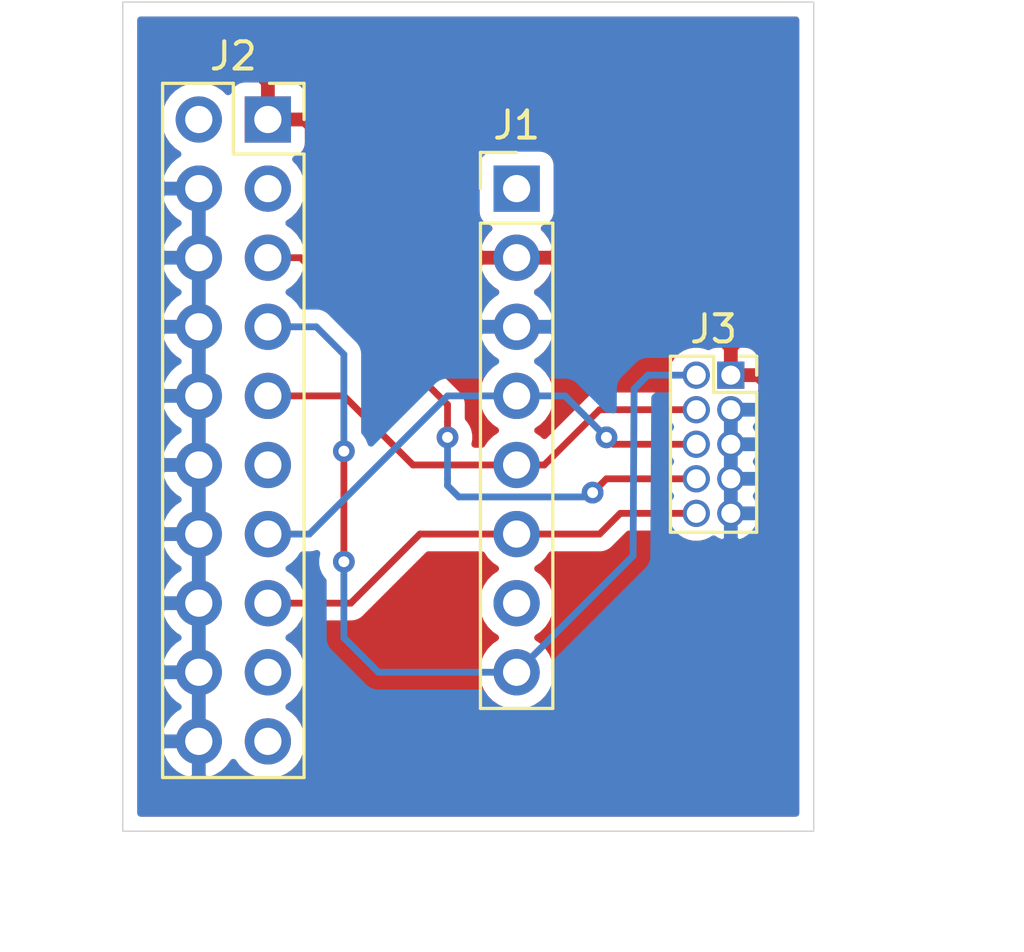
<source format=kicad_pcb>
(kicad_pcb (version 20171130) (host pcbnew "(5.1.5-0-10_14)")

  (general
    (thickness 1.6)
    (drawings 6)
    (tracks 46)
    (zones 0)
    (modules 3)
    (nets 15)
  )

  (page A4)
  (layers
    (0 F.Cu signal)
    (31 B.Cu signal)
    (32 B.Adhes user)
    (33 F.Adhes user)
    (34 B.Paste user)
    (35 F.Paste user)
    (36 B.SilkS user)
    (37 F.SilkS user)
    (38 B.Mask user)
    (39 F.Mask user)
    (40 Dwgs.User user)
    (41 Cmts.User user)
    (42 Eco1.User user)
    (43 Eco2.User user)
    (44 Edge.Cuts user)
    (45 Margin user)
    (46 B.CrtYd user)
    (47 F.CrtYd user)
    (48 B.Fab user)
    (49 F.Fab user)
  )

  (setup
    (last_trace_width 0.25)
    (trace_clearance 0.2)
    (zone_clearance 0.508)
    (zone_45_only no)
    (trace_min 0.2)
    (via_size 0.8)
    (via_drill 0.4)
    (via_min_size 0.4)
    (via_min_drill 0.3)
    (uvia_size 0.3)
    (uvia_drill 0.1)
    (uvias_allowed no)
    (uvia_min_size 0.2)
    (uvia_min_drill 0.1)
    (edge_width 0.05)
    (segment_width 0.2)
    (pcb_text_width 0.3)
    (pcb_text_size 1.5 1.5)
    (mod_edge_width 0.12)
    (mod_text_size 1 1)
    (mod_text_width 0.15)
    (pad_size 1.524 1.524)
    (pad_drill 0.762)
    (pad_to_mask_clearance 0.051)
    (solder_mask_min_width 0.25)
    (aux_axis_origin 0 0)
    (visible_elements FFFFFF7F)
    (pcbplotparams
      (layerselection 0x010fc_ffffffff)
      (usegerberextensions false)
      (usegerberattributes false)
      (usegerberadvancedattributes false)
      (creategerberjobfile false)
      (excludeedgelayer true)
      (linewidth 0.100000)
      (plotframeref false)
      (viasonmask false)
      (mode 1)
      (useauxorigin false)
      (hpglpennumber 1)
      (hpglpenspeed 20)
      (hpglpendiameter 15.000000)
      (psnegative false)
      (psa4output false)
      (plotreference true)
      (plotvalue true)
      (plotinvisibletext false)
      (padsonsilk false)
      (subtractmaskfromsilk false)
      (outputformat 1)
      (mirror false)
      (drillshape 0)
      (scaleselection 1)
      (outputdirectory "Gerbers/"))
  )

  (net 0 "")
  (net 1 "Net-(J1-Pad8)")
  (net 2 "Net-(J1-Pad7)")
  (net 3 "Net-(J1-Pad6)")
  (net 4 "Net-(J1-Pad5)")
  (net 5 "Net-(J1-Pad4)")
  (net 6 GND)
  (net 7 VCC)
  (net 8 "Net-(J1-Pad1)")
  (net 9 "Net-(J2-Pad19)")
  (net 10 "Net-(J2-Pad17)")
  (net 11 "Net-(J2-Pad11)")
  (net 12 "Net-(J2-Pad5)")
  (net 13 "Net-(J2-Pad3)")
  (net 14 "Net-(J2-Pad2)")

  (net_class Default "This is the default net class."
    (clearance 0.2)
    (trace_width 0.25)
    (via_dia 0.8)
    (via_drill 0.4)
    (uvia_dia 0.3)
    (uvia_drill 0.1)
    (add_net GND)
    (add_net "Net-(J1-Pad1)")
    (add_net "Net-(J1-Pad4)")
    (add_net "Net-(J1-Pad5)")
    (add_net "Net-(J1-Pad6)")
    (add_net "Net-(J1-Pad7)")
    (add_net "Net-(J1-Pad8)")
    (add_net "Net-(J2-Pad11)")
    (add_net "Net-(J2-Pad17)")
    (add_net "Net-(J2-Pad19)")
    (add_net "Net-(J2-Pad2)")
    (add_net "Net-(J2-Pad3)")
    (add_net "Net-(J2-Pad5)")
    (add_net VCC)
  )

  (module Socket_Strips:Socket_Strip_Straight_1x08_Pitch2.54mm (layer F.Cu) (tedit 58CD5446) (tstamp 5EBE8CF5)
    (at 141.478 80.518)
    (descr "Through hole straight socket strip, 1x08, 2.54mm pitch, single row")
    (tags "Through hole socket strip THT 1x08 2.54mm single row")
    (path /5EBF2516)
    (fp_text reference J1 (at 0 -2.33) (layer F.SilkS)
      (effects (font (size 1 1) (thickness 0.15)))
    )
    (fp_text value Conn_01x08 (at 0 20.11) (layer F.Fab)
      (effects (font (size 1 1) (thickness 0.15)))
    )
    (fp_text user %R (at 0 -2.33) (layer F.Fab)
      (effects (font (size 1 1) (thickness 0.15)))
    )
    (fp_line (start 1.8 -1.8) (end -1.8 -1.8) (layer F.CrtYd) (width 0.05))
    (fp_line (start 1.8 19.55) (end 1.8 -1.8) (layer F.CrtYd) (width 0.05))
    (fp_line (start -1.8 19.55) (end 1.8 19.55) (layer F.CrtYd) (width 0.05))
    (fp_line (start -1.8 -1.8) (end -1.8 19.55) (layer F.CrtYd) (width 0.05))
    (fp_line (start -1.33 -1.33) (end 0 -1.33) (layer F.SilkS) (width 0.12))
    (fp_line (start -1.33 0) (end -1.33 -1.33) (layer F.SilkS) (width 0.12))
    (fp_line (start 1.33 1.27) (end -1.33 1.27) (layer F.SilkS) (width 0.12))
    (fp_line (start 1.33 19.11) (end 1.33 1.27) (layer F.SilkS) (width 0.12))
    (fp_line (start -1.33 19.11) (end 1.33 19.11) (layer F.SilkS) (width 0.12))
    (fp_line (start -1.33 1.27) (end -1.33 19.11) (layer F.SilkS) (width 0.12))
    (fp_line (start 1.27 -1.27) (end -1.27 -1.27) (layer F.Fab) (width 0.1))
    (fp_line (start 1.27 19.05) (end 1.27 -1.27) (layer F.Fab) (width 0.1))
    (fp_line (start -1.27 19.05) (end 1.27 19.05) (layer F.Fab) (width 0.1))
    (fp_line (start -1.27 -1.27) (end -1.27 19.05) (layer F.Fab) (width 0.1))
    (pad 8 thru_hole oval (at 0 17.78) (size 1.7 1.7) (drill 1) (layers *.Cu *.Mask)
      (net 1 "Net-(J1-Pad8)"))
    (pad 7 thru_hole oval (at 0 15.24) (size 1.7 1.7) (drill 1) (layers *.Cu *.Mask)
      (net 2 "Net-(J1-Pad7)"))
    (pad 6 thru_hole oval (at 0 12.7) (size 1.7 1.7) (drill 1) (layers *.Cu *.Mask)
      (net 3 "Net-(J1-Pad6)"))
    (pad 5 thru_hole oval (at 0 10.16) (size 1.7 1.7) (drill 1) (layers *.Cu *.Mask)
      (net 4 "Net-(J1-Pad5)"))
    (pad 4 thru_hole oval (at 0 7.62) (size 1.7 1.7) (drill 1) (layers *.Cu *.Mask)
      (net 5 "Net-(J1-Pad4)"))
    (pad 3 thru_hole oval (at 0 5.08) (size 1.7 1.7) (drill 1) (layers *.Cu *.Mask)
      (net 6 GND))
    (pad 2 thru_hole oval (at 0 2.54) (size 1.7 1.7) (drill 1) (layers *.Cu *.Mask)
      (net 7 VCC))
    (pad 1 thru_hole rect (at 0 0) (size 1.7 1.7) (drill 1) (layers *.Cu *.Mask)
      (net 8 "Net-(J1-Pad1)"))
    (model ${KISYS3DMOD}/Socket_Strips.3dshapes/Socket_Strip_Straight_1x08_Pitch2.54mm.wrl
      (offset (xyz 0 -8.889999866485596 0))
      (scale (xyz 1 1 1))
      (rotate (xyz 0 0 270))
    )
  )

  (module Socket_Strips:Socket_Strip_Straight_2x10_Pitch2.54mm (layer F.Cu) (tedit 58CD5449) (tstamp 5EBE8D1E)
    (at 132.334 77.978)
    (descr "Through hole straight socket strip, 2x10, 2.54mm pitch, double rows")
    (tags "Through hole socket strip THT 2x10 2.54mm double row")
    (path /5EBEC0E9)
    (fp_text reference J2 (at -1.27 -2.33) (layer F.SilkS)
      (effects (font (size 1 1) (thickness 0.15)))
    )
    (fp_text value Conn_02x10_Odd_Even (at -1.27 25.19) (layer F.Fab)
      (effects (font (size 1 1) (thickness 0.15)))
    )
    (fp_text user %R (at -1.27 -2.33) (layer F.Fab)
      (effects (font (size 1 1) (thickness 0.15)))
    )
    (fp_line (start 1.8 -1.8) (end -4.35 -1.8) (layer F.CrtYd) (width 0.05))
    (fp_line (start 1.8 24.65) (end 1.8 -1.8) (layer F.CrtYd) (width 0.05))
    (fp_line (start -4.35 24.65) (end 1.8 24.65) (layer F.CrtYd) (width 0.05))
    (fp_line (start -4.35 -1.8) (end -4.35 24.65) (layer F.CrtYd) (width 0.05))
    (fp_line (start 1.33 -1.33) (end 0.06 -1.33) (layer F.SilkS) (width 0.12))
    (fp_line (start 1.33 0) (end 1.33 -1.33) (layer F.SilkS) (width 0.12))
    (fp_line (start -1.27 1.27) (end 1.33 1.27) (layer F.SilkS) (width 0.12))
    (fp_line (start -1.27 -1.33) (end -1.27 1.27) (layer F.SilkS) (width 0.12))
    (fp_line (start -3.87 -1.33) (end -1.27 -1.33) (layer F.SilkS) (width 0.12))
    (fp_line (start -3.87 24.19) (end -3.87 -1.33) (layer F.SilkS) (width 0.12))
    (fp_line (start 1.33 24.19) (end -3.87 24.19) (layer F.SilkS) (width 0.12))
    (fp_line (start 1.33 1.27) (end 1.33 24.19) (layer F.SilkS) (width 0.12))
    (fp_line (start 1.27 -1.27) (end -3.81 -1.27) (layer F.Fab) (width 0.1))
    (fp_line (start 1.27 24.13) (end 1.27 -1.27) (layer F.Fab) (width 0.1))
    (fp_line (start -3.81 24.13) (end 1.27 24.13) (layer F.Fab) (width 0.1))
    (fp_line (start -3.81 -1.27) (end -3.81 24.13) (layer F.Fab) (width 0.1))
    (pad 20 thru_hole oval (at -2.54 22.86) (size 1.7 1.7) (drill 1) (layers *.Cu *.Mask)
      (net 6 GND))
    (pad 19 thru_hole oval (at 0 22.86) (size 1.7 1.7) (drill 1) (layers *.Cu *.Mask)
      (net 9 "Net-(J2-Pad19)"))
    (pad 18 thru_hole oval (at -2.54 20.32) (size 1.7 1.7) (drill 1) (layers *.Cu *.Mask)
      (net 6 GND))
    (pad 17 thru_hole oval (at 0 20.32) (size 1.7 1.7) (drill 1) (layers *.Cu *.Mask)
      (net 10 "Net-(J2-Pad17)"))
    (pad 16 thru_hole oval (at -2.54 17.78) (size 1.7 1.7) (drill 1) (layers *.Cu *.Mask)
      (net 6 GND))
    (pad 15 thru_hole oval (at 0 17.78) (size 1.7 1.7) (drill 1) (layers *.Cu *.Mask)
      (net 3 "Net-(J1-Pad6)"))
    (pad 14 thru_hole oval (at -2.54 15.24) (size 1.7 1.7) (drill 1) (layers *.Cu *.Mask)
      (net 6 GND))
    (pad 13 thru_hole oval (at 0 15.24) (size 1.7 1.7) (drill 1) (layers *.Cu *.Mask)
      (net 5 "Net-(J1-Pad4)"))
    (pad 12 thru_hole oval (at -2.54 12.7) (size 1.7 1.7) (drill 1) (layers *.Cu *.Mask)
      (net 6 GND))
    (pad 11 thru_hole oval (at 0 12.7) (size 1.7 1.7) (drill 1) (layers *.Cu *.Mask)
      (net 11 "Net-(J2-Pad11)"))
    (pad 10 thru_hole oval (at -2.54 10.16) (size 1.7 1.7) (drill 1) (layers *.Cu *.Mask)
      (net 6 GND))
    (pad 9 thru_hole oval (at 0 10.16) (size 1.7 1.7) (drill 1) (layers *.Cu *.Mask)
      (net 4 "Net-(J1-Pad5)"))
    (pad 8 thru_hole oval (at -2.54 7.62) (size 1.7 1.7) (drill 1) (layers *.Cu *.Mask)
      (net 6 GND))
    (pad 7 thru_hole oval (at 0 7.62) (size 1.7 1.7) (drill 1) (layers *.Cu *.Mask)
      (net 1 "Net-(J1-Pad8)"))
    (pad 6 thru_hole oval (at -2.54 5.08) (size 1.7 1.7) (drill 1) (layers *.Cu *.Mask)
      (net 6 GND))
    (pad 5 thru_hole oval (at 0 5.08) (size 1.7 1.7) (drill 1) (layers *.Cu *.Mask)
      (net 12 "Net-(J2-Pad5)"))
    (pad 4 thru_hole oval (at -2.54 2.54) (size 1.7 1.7) (drill 1) (layers *.Cu *.Mask)
      (net 6 GND))
    (pad 3 thru_hole oval (at 0 2.54) (size 1.7 1.7) (drill 1) (layers *.Cu *.Mask)
      (net 13 "Net-(J2-Pad3)"))
    (pad 2 thru_hole oval (at -2.54 0) (size 1.7 1.7) (drill 1) (layers *.Cu *.Mask)
      (net 14 "Net-(J2-Pad2)"))
    (pad 1 thru_hole rect (at 0 0) (size 1.7 1.7) (drill 1) (layers *.Cu *.Mask)
      (net 7 VCC))
    (model ${KISYS3DMOD}/Socket_Strips.3dshapes/Socket_Strip_Straight_2x10_Pitch2.54mm.wrl
      (offset (xyz -1.269999980926514 -11.42999982833862 0))
      (scale (xyz 1 1 1))
      (rotate (xyz 0 0 270))
    )
  )

  (module Socket_Strips:Socket_Strip_Straight_2x05_Pitch1.27mm (layer F.Cu) (tedit 58CD5454) (tstamp 5EBE9877)
    (at 149.352 87.376)
    (descr "Through hole straight socket strip, 2x05, 1.27mm pitch, double rows")
    (tags "Through hole socket strip THT 2x05 1.27mm double row")
    (path /5EBE8841)
    (fp_text reference J3 (at -0.635 -1.695) (layer F.SilkS)
      (effects (font (size 1 1) (thickness 0.15)))
    )
    (fp_text value Conn_02x05_Odd_Even (at -0.635 6.775) (layer F.Fab)
      (effects (font (size 1 1) (thickness 0.15)))
    )
    (fp_text user %R (at -0.635 -1.695) (layer F.Fab)
      (effects (font (size 1 1) (thickness 0.15)))
    )
    (fp_line (start 1.4 -1.15) (end -2.7 -1.15) (layer F.CrtYd) (width 0.05))
    (fp_line (start 1.4 6.25) (end 1.4 -1.15) (layer F.CrtYd) (width 0.05))
    (fp_line (start -2.7 6.25) (end 1.4 6.25) (layer F.CrtYd) (width 0.05))
    (fp_line (start -2.7 -1.15) (end -2.7 6.25) (layer F.CrtYd) (width 0.05))
    (fp_line (start 0.95 -0.695) (end 0.315 -0.695) (layer F.SilkS) (width 0.12))
    (fp_line (start 0.95 0) (end 0.95 -0.695) (layer F.SilkS) (width 0.12))
    (fp_line (start -0.635 0.635) (end 0.95 0.635) (layer F.SilkS) (width 0.12))
    (fp_line (start -0.635 -0.695) (end -0.635 0.635) (layer F.SilkS) (width 0.12))
    (fp_line (start -2.22 -0.695) (end -0.635 -0.695) (layer F.SilkS) (width 0.12))
    (fp_line (start -2.22 5.775) (end -2.22 -0.695) (layer F.SilkS) (width 0.12))
    (fp_line (start 0.95 5.775) (end -2.22 5.775) (layer F.SilkS) (width 0.12))
    (fp_line (start 0.95 0.635) (end 0.95 5.775) (layer F.SilkS) (width 0.12))
    (fp_line (start 0.89 -0.635) (end -2.16 -0.635) (layer F.Fab) (width 0.1))
    (fp_line (start 0.89 5.715) (end 0.89 -0.635) (layer F.Fab) (width 0.1))
    (fp_line (start -2.16 5.715) (end 0.89 5.715) (layer F.Fab) (width 0.1))
    (fp_line (start -2.16 -0.635) (end -2.16 5.715) (layer F.Fab) (width 0.1))
    (pad 10 thru_hole oval (at -1.27 5.08) (size 1 1) (drill 0.7) (layers *.Cu *.Mask)
      (net 3 "Net-(J1-Pad6)"))
    (pad 9 thru_hole oval (at 0 5.08) (size 1 1) (drill 0.7) (layers *.Cu *.Mask)
      (net 6 GND))
    (pad 8 thru_hole oval (at -1.27 3.81) (size 1 1) (drill 0.7) (layers *.Cu *.Mask)
      (net 12 "Net-(J2-Pad5)"))
    (pad 7 thru_hole oval (at 0 3.81) (size 1 1) (drill 0.7) (layers *.Cu *.Mask)
      (net 6 GND))
    (pad 6 thru_hole oval (at -1.27 2.54) (size 1 1) (drill 0.7) (layers *.Cu *.Mask)
      (net 5 "Net-(J1-Pad4)"))
    (pad 5 thru_hole oval (at 0 2.54) (size 1 1) (drill 0.7) (layers *.Cu *.Mask)
      (net 6 GND))
    (pad 4 thru_hole oval (at -1.27 1.27) (size 1 1) (drill 0.7) (layers *.Cu *.Mask)
      (net 4 "Net-(J1-Pad5)"))
    (pad 3 thru_hole oval (at 0 1.27) (size 1 1) (drill 0.7) (layers *.Cu *.Mask)
      (net 6 GND))
    (pad 2 thru_hole oval (at -1.27 0) (size 1 1) (drill 0.7) (layers *.Cu *.Mask)
      (net 1 "Net-(J1-Pad8)"))
    (pad 1 thru_hole rect (at 0 0) (size 1 1) (drill 0.7) (layers *.Cu *.Mask)
      (net 7 VCC))
    (model ${KISYS3DMOD}/Socket_Strips.3dshapes/Socket_Strip_Straight_2x05_Pitch1.27mm.wrl
      (at (xyz 0 0 0))
      (scale (xyz 1 1 1))
      (rotate (xyz 0 0 0))
    )
  )

  (dimension 30.48 (width 0.15) (layer Dwgs.User)
    (gr_text "30.480 mm" (at 158.78 88.9 90) (layer Dwgs.User)
      (effects (font (size 1 1) (thickness 0.15)))
    )
    (feature1 (pts (xy 152.4 73.66) (xy 158.066421 73.66)))
    (feature2 (pts (xy 152.4 104.14) (xy 158.066421 104.14)))
    (crossbar (pts (xy 157.48 104.14) (xy 157.48 73.66)))
    (arrow1a (pts (xy 157.48 73.66) (xy 158.066421 74.786504)))
    (arrow1b (pts (xy 157.48 73.66) (xy 156.893579 74.786504)))
    (arrow2a (pts (xy 157.48 104.14) (xy 158.066421 103.013496)))
    (arrow2b (pts (xy 157.48 104.14) (xy 156.893579 103.013496)))
  )
  (dimension 25.4 (width 0.15) (layer Dwgs.User)
    (gr_text "25.400 mm" (at 139.7 109.25) (layer Dwgs.User)
      (effects (font (size 1 1) (thickness 0.15)))
    )
    (feature1 (pts (xy 127 104.14) (xy 127 108.536421)))
    (feature2 (pts (xy 152.4 104.14) (xy 152.4 108.536421)))
    (crossbar (pts (xy 152.4 107.95) (xy 127 107.95)))
    (arrow1a (pts (xy 127 107.95) (xy 128.126504 107.363579)))
    (arrow1b (pts (xy 127 107.95) (xy 128.126504 108.536421)))
    (arrow2a (pts (xy 152.4 107.95) (xy 151.273496 107.363579)))
    (arrow2b (pts (xy 152.4 107.95) (xy 151.273496 108.536421)))
  )
  (gr_line (start 127 104.14) (end 127 73.66) (layer Edge.Cuts) (width 0.05) (tstamp 5EBE8EE3))
  (gr_line (start 152.4 104.14) (end 127 104.14) (layer Edge.Cuts) (width 0.05))
  (gr_line (start 152.4 73.66) (end 152.4 104.14) (layer Edge.Cuts) (width 0.05))
  (gr_line (start 127 73.66) (end 152.4 73.66) (layer Edge.Cuts) (width 0.05))

  (segment (start 132.334 85.598) (end 134.112 85.598) (width 0.25) (layer B.Cu) (net 1))
  (segment (start 135.128 86.614) (end 135.128 90.17) (width 0.25) (layer B.Cu) (net 1))
  (via (at 135.128 90.17) (size 0.8) (drill 0.4) (layers F.Cu B.Cu) (net 1))
  (segment (start 134.112 85.598) (end 135.128 86.614) (width 0.25) (layer B.Cu) (net 1))
  (segment (start 135.128 90.17) (end 135.128 94.234) (width 0.25) (layer F.Cu) (net 1))
  (via (at 135.128 94.234) (size 0.8) (drill 0.4) (layers F.Cu B.Cu) (net 1))
  (segment (start 135.128 97.028) (end 135.128 94.234) (width 0.25) (layer B.Cu) (net 1))
  (segment (start 136.398 98.298) (end 135.128 97.028) (width 0.25) (layer B.Cu) (net 1))
  (segment (start 141.478 98.298) (end 136.398 98.298) (width 0.25) (layer B.Cu) (net 1))
  (segment (start 141.478 98.298) (end 145.759002 94.016998) (width 0.25) (layer B.Cu) (net 1))
  (segment (start 146.304 87.376) (end 145.796 87.884) (width 0.25) (layer B.Cu) (net 1))
  (segment (start 148.082 87.376) (end 146.304 87.376) (width 0.25) (layer B.Cu) (net 1))
  (segment (start 145.759002 94.016998) (end 145.796 87.884) (width 0.25) (layer B.Cu) (net 1))
  (segment (start 132.334 95.758) (end 135.382 95.758) (width 0.25) (layer F.Cu) (net 3))
  (segment (start 137.922 93.218) (end 141.478 93.218) (width 0.25) (layer F.Cu) (net 3))
  (segment (start 135.382 95.758) (end 137.922 93.218) (width 0.25) (layer F.Cu) (net 3))
  (segment (start 144.526 93.218) (end 141.478 93.218) (width 0.25) (layer F.Cu) (net 3))
  (segment (start 145.288 92.456) (end 144.526 93.218) (width 0.25) (layer F.Cu) (net 3))
  (segment (start 148.082 92.456) (end 145.288 92.456) (width 0.25) (layer F.Cu) (net 3))
  (segment (start 132.334 88.138) (end 135.128 88.138) (width 0.25) (layer F.Cu) (net 4))
  (segment (start 137.668 90.678) (end 141.478 90.678) (width 0.25) (layer F.Cu) (net 4))
  (segment (start 135.128 88.138) (end 137.668 90.678) (width 0.25) (layer F.Cu) (net 4))
  (segment (start 141.478 90.678) (end 142.494 90.678) (width 0.25) (layer F.Cu) (net 4))
  (segment (start 148.082 88.646) (end 144.526 88.646) (width 0.25) (layer F.Cu) (net 4))
  (segment (start 142.494 90.678) (end 144.526 88.646) (width 0.25) (layer F.Cu) (net 4))
  (segment (start 132.334 93.218) (end 133.858 93.218) (width 0.25) (layer B.Cu) (net 5))
  (segment (start 138.938 88.138) (end 141.478 88.138) (width 0.25) (layer B.Cu) (net 5))
  (segment (start 133.858 93.218) (end 138.938 88.138) (width 0.25) (layer B.Cu) (net 5))
  (segment (start 143.256 88.138) (end 144.78 89.662) (width 0.25) (layer B.Cu) (net 5))
  (segment (start 141.478 88.138) (end 143.256 88.138) (width 0.25) (layer B.Cu) (net 5))
  (via (at 144.78 89.662) (size 0.8) (drill 0.4) (layers F.Cu B.Cu) (net 5))
  (segment (start 145.034 89.916) (end 144.78 89.662) (width 0.25) (layer F.Cu) (net 5))
  (segment (start 148.082 89.916) (end 145.034 89.916) (width 0.25) (layer F.Cu) (net 5))
  (via (at 138.938 89.662) (size 0.8) (drill 0.4) (layers F.Cu B.Cu) (net 12))
  (segment (start 138.938 89.662) (end 138.938 91.186) (width 0.25) (layer B.Cu) (net 12))
  (segment (start 138.938 91.186) (end 138.938 91.44) (width 0.25) (layer B.Cu) (net 12))
  (segment (start 144.112999 91.853001) (end 144.272 91.694) (width 0.25) (layer B.Cu) (net 12))
  (segment (start 139.351001 91.853001) (end 144.112999 91.853001) (width 0.25) (layer B.Cu) (net 12))
  (via (at 144.272 91.694) (size 0.8) (drill 0.4) (layers F.Cu B.Cu) (net 12))
  (segment (start 138.938 91.44) (end 139.351001 91.853001) (width 0.25) (layer B.Cu) (net 12))
  (segment (start 138.938 89.096315) (end 138.938 89.662) (width 0.25) (layer F.Cu) (net 12))
  (segment (start 138.938 88.459919) (end 138.938 89.096315) (width 0.25) (layer F.Cu) (net 12))
  (segment (start 133.536081 83.058) (end 138.938 88.459919) (width 0.25) (layer F.Cu) (net 12))
  (segment (start 132.334 83.058) (end 133.536081 83.058) (width 0.25) (layer F.Cu) (net 12))
  (segment (start 144.78 91.186) (end 144.272 91.694) (width 0.25) (layer F.Cu) (net 12))
  (segment (start 148.082 91.186) (end 144.78 91.186) (width 0.25) (layer F.Cu) (net 12))

  (zone (net 7) (net_name VCC) (layer F.Cu) (tstamp 5EBE8F8B) (hatch edge 0.508)
    (connect_pads (clearance 0.508))
    (min_thickness 0.254)
    (fill yes (arc_segments 32) (thermal_gap 0.508) (thermal_bridge_width 0.508))
    (polygon
      (pts
        (xy 152.4 104.14) (xy 127 104.14) (xy 127 73.66) (xy 152.4 73.66)
      )
    )
    (filled_polygon
      (pts
        (xy 151.740001 103.48) (xy 127.66 103.48) (xy 127.66 77.83174) (xy 128.309 77.83174) (xy 128.309 78.12426)
        (xy 128.366068 78.411158) (xy 128.47801 78.681411) (xy 128.640525 78.924632) (xy 128.847368 79.131475) (xy 129.02176 79.248)
        (xy 128.847368 79.364525) (xy 128.640525 79.571368) (xy 128.47801 79.814589) (xy 128.366068 80.084842) (xy 128.309 80.37174)
        (xy 128.309 80.66426) (xy 128.366068 80.951158) (xy 128.47801 81.221411) (xy 128.640525 81.464632) (xy 128.847368 81.671475)
        (xy 129.02176 81.788) (xy 128.847368 81.904525) (xy 128.640525 82.111368) (xy 128.47801 82.354589) (xy 128.366068 82.624842)
        (xy 128.309 82.91174) (xy 128.309 83.20426) (xy 128.366068 83.491158) (xy 128.47801 83.761411) (xy 128.640525 84.004632)
        (xy 128.847368 84.211475) (xy 129.02176 84.328) (xy 128.847368 84.444525) (xy 128.640525 84.651368) (xy 128.47801 84.894589)
        (xy 128.366068 85.164842) (xy 128.309 85.45174) (xy 128.309 85.74426) (xy 128.366068 86.031158) (xy 128.47801 86.301411)
        (xy 128.640525 86.544632) (xy 128.847368 86.751475) (xy 129.02176 86.868) (xy 128.847368 86.984525) (xy 128.640525 87.191368)
        (xy 128.47801 87.434589) (xy 128.366068 87.704842) (xy 128.309 87.99174) (xy 128.309 88.28426) (xy 128.366068 88.571158)
        (xy 128.47801 88.841411) (xy 128.640525 89.084632) (xy 128.847368 89.291475) (xy 129.02176 89.408) (xy 128.847368 89.524525)
        (xy 128.640525 89.731368) (xy 128.47801 89.974589) (xy 128.366068 90.244842) (xy 128.309 90.53174) (xy 128.309 90.82426)
        (xy 128.366068 91.111158) (xy 128.47801 91.381411) (xy 128.640525 91.624632) (xy 128.847368 91.831475) (xy 129.02176 91.948)
        (xy 128.847368 92.064525) (xy 128.640525 92.271368) (xy 128.47801 92.514589) (xy 128.366068 92.784842) (xy 128.309 93.07174)
        (xy 128.309 93.36426) (xy 128.366068 93.651158) (xy 128.47801 93.921411) (xy 128.640525 94.164632) (xy 128.847368 94.371475)
        (xy 129.02176 94.488) (xy 128.847368 94.604525) (xy 128.640525 94.811368) (xy 128.47801 95.054589) (xy 128.366068 95.324842)
        (xy 128.309 95.61174) (xy 128.309 95.90426) (xy 128.366068 96.191158) (xy 128.47801 96.461411) (xy 128.640525 96.704632)
        (xy 128.847368 96.911475) (xy 129.02176 97.028) (xy 128.847368 97.144525) (xy 128.640525 97.351368) (xy 128.47801 97.594589)
        (xy 128.366068 97.864842) (xy 128.309 98.15174) (xy 128.309 98.44426) (xy 128.366068 98.731158) (xy 128.47801 99.001411)
        (xy 128.640525 99.244632) (xy 128.847368 99.451475) (xy 129.02176 99.568) (xy 128.847368 99.684525) (xy 128.640525 99.891368)
        (xy 128.47801 100.134589) (xy 128.366068 100.404842) (xy 128.309 100.69174) (xy 128.309 100.98426) (xy 128.366068 101.271158)
        (xy 128.47801 101.541411) (xy 128.640525 101.784632) (xy 128.847368 101.991475) (xy 129.090589 102.15399) (xy 129.360842 102.265932)
        (xy 129.64774 102.323) (xy 129.94026 102.323) (xy 130.227158 102.265932) (xy 130.497411 102.15399) (xy 130.740632 101.991475)
        (xy 130.947475 101.784632) (xy 131.064 101.61024) (xy 131.180525 101.784632) (xy 131.387368 101.991475) (xy 131.630589 102.15399)
        (xy 131.900842 102.265932) (xy 132.18774 102.323) (xy 132.48026 102.323) (xy 132.767158 102.265932) (xy 133.037411 102.15399)
        (xy 133.280632 101.991475) (xy 133.487475 101.784632) (xy 133.64999 101.541411) (xy 133.761932 101.271158) (xy 133.819 100.98426)
        (xy 133.819 100.69174) (xy 133.761932 100.404842) (xy 133.64999 100.134589) (xy 133.487475 99.891368) (xy 133.280632 99.684525)
        (xy 133.10624 99.568) (xy 133.280632 99.451475) (xy 133.487475 99.244632) (xy 133.64999 99.001411) (xy 133.761932 98.731158)
        (xy 133.819 98.44426) (xy 133.819 98.15174) (xy 133.761932 97.864842) (xy 133.64999 97.594589) (xy 133.487475 97.351368)
        (xy 133.280632 97.144525) (xy 133.10624 97.028) (xy 133.280632 96.911475) (xy 133.487475 96.704632) (xy 133.612178 96.518)
        (xy 135.344678 96.518) (xy 135.382 96.521676) (xy 135.419322 96.518) (xy 135.419333 96.518) (xy 135.530986 96.507003)
        (xy 135.674247 96.463546) (xy 135.806276 96.392974) (xy 135.922001 96.298001) (xy 135.945804 96.268997) (xy 138.236803 93.978)
        (xy 140.199822 93.978) (xy 140.324525 94.164632) (xy 140.531368 94.371475) (xy 140.70576 94.488) (xy 140.531368 94.604525)
        (xy 140.324525 94.811368) (xy 140.16201 95.054589) (xy 140.050068 95.324842) (xy 139.993 95.61174) (xy 139.993 95.90426)
        (xy 140.050068 96.191158) (xy 140.16201 96.461411) (xy 140.324525 96.704632) (xy 140.531368 96.911475) (xy 140.70576 97.028)
        (xy 140.531368 97.144525) (xy 140.324525 97.351368) (xy 140.16201 97.594589) (xy 140.050068 97.864842) (xy 139.993 98.15174)
        (xy 139.993 98.44426) (xy 140.050068 98.731158) (xy 140.16201 99.001411) (xy 140.324525 99.244632) (xy 140.531368 99.451475)
        (xy 140.774589 99.61399) (xy 141.044842 99.725932) (xy 141.33174 99.783) (xy 141.62426 99.783) (xy 141.911158 99.725932)
        (xy 142.181411 99.61399) (xy 142.424632 99.451475) (xy 142.631475 99.244632) (xy 142.79399 99.001411) (xy 142.905932 98.731158)
        (xy 142.963 98.44426) (xy 142.963 98.15174) (xy 142.905932 97.864842) (xy 142.79399 97.594589) (xy 142.631475 97.351368)
        (xy 142.424632 97.144525) (xy 142.25024 97.028) (xy 142.424632 96.911475) (xy 142.631475 96.704632) (xy 142.79399 96.461411)
        (xy 142.905932 96.191158) (xy 142.963 95.90426) (xy 142.963 95.61174) (xy 142.905932 95.324842) (xy 142.79399 95.054589)
        (xy 142.631475 94.811368) (xy 142.424632 94.604525) (xy 142.25024 94.488) (xy 142.424632 94.371475) (xy 142.631475 94.164632)
        (xy 142.756178 93.978) (xy 144.488678 93.978) (xy 144.526 93.981676) (xy 144.563322 93.978) (xy 144.563333 93.978)
        (xy 144.674986 93.967003) (xy 144.818247 93.923546) (xy 144.950276 93.852974) (xy 145.066001 93.758001) (xy 145.089803 93.728998)
        (xy 145.602802 93.216) (xy 147.236868 93.216) (xy 147.35848 93.337612) (xy 147.544376 93.461824) (xy 147.750933 93.547383)
        (xy 147.970212 93.591) (xy 148.193788 93.591) (xy 148.413067 93.547383) (xy 148.619624 93.461824) (xy 148.717 93.396759)
        (xy 148.814376 93.461824) (xy 149.020933 93.547383) (xy 149.240212 93.591) (xy 149.463788 93.591) (xy 149.683067 93.547383)
        (xy 149.889624 93.461824) (xy 150.07552 93.337612) (xy 150.233612 93.17952) (xy 150.357824 92.993624) (xy 150.443383 92.787067)
        (xy 150.487 92.567788) (xy 150.487 92.344212) (xy 150.443383 92.124933) (xy 150.357824 91.918376) (xy 150.292759 91.821)
        (xy 150.357824 91.723624) (xy 150.443383 91.517067) (xy 150.487 91.297788) (xy 150.487 91.074212) (xy 150.443383 90.854933)
        (xy 150.357824 90.648376) (xy 150.292759 90.551) (xy 150.357824 90.453624) (xy 150.443383 90.247067) (xy 150.487 90.027788)
        (xy 150.487 89.804212) (xy 150.443383 89.584933) (xy 150.357824 89.378376) (xy 150.292759 89.281) (xy 150.357824 89.183624)
        (xy 150.443383 88.977067) (xy 150.487 88.757788) (xy 150.487 88.534212) (xy 150.443383 88.314933) (xy 150.397112 88.203226)
        (xy 150.441502 88.12018) (xy 150.477812 88.000482) (xy 150.490072 87.876) (xy 150.487 87.66175) (xy 150.32825 87.503)
        (xy 149.479 87.503) (xy 149.479 87.514026) (xy 149.463788 87.511) (xy 149.240212 87.511) (xy 149.225 87.514026)
        (xy 149.225 87.503) (xy 149.213974 87.503) (xy 149.217 87.487788) (xy 149.217 87.264212) (xy 149.213974 87.249)
        (xy 149.225 87.249) (xy 149.225 86.39975) (xy 149.479 86.39975) (xy 149.479 87.249) (xy 150.32825 87.249)
        (xy 150.487 87.09025) (xy 150.490072 86.876) (xy 150.477812 86.751518) (xy 150.441502 86.63182) (xy 150.382537 86.521506)
        (xy 150.303185 86.424815) (xy 150.206494 86.345463) (xy 150.09618 86.286498) (xy 149.976482 86.250188) (xy 149.852 86.237928)
        (xy 149.63775 86.241) (xy 149.479 86.39975) (xy 149.225 86.39975) (xy 149.06625 86.241) (xy 148.852 86.237928)
        (xy 148.727518 86.250188) (xy 148.60782 86.286498) (xy 148.524774 86.330888) (xy 148.413067 86.284617) (xy 148.193788 86.241)
        (xy 147.970212 86.241) (xy 147.750933 86.284617) (xy 147.544376 86.370176) (xy 147.35848 86.494388) (xy 147.200388 86.65248)
        (xy 147.076176 86.838376) (xy 146.990617 87.044933) (xy 146.947 87.264212) (xy 146.947 87.487788) (xy 146.990617 87.707067)
        (xy 147.064734 87.886) (xy 144.563323 87.886) (xy 144.526 87.882324) (xy 144.488677 87.886) (xy 144.488667 87.886)
        (xy 144.377014 87.896997) (xy 144.233753 87.940454) (xy 144.101723 88.011026) (xy 144.018083 88.079668) (xy 143.985999 88.105999)
        (xy 143.962201 88.134997) (xy 142.498653 89.598546) (xy 142.424632 89.524525) (xy 142.25024 89.408) (xy 142.424632 89.291475)
        (xy 142.631475 89.084632) (xy 142.79399 88.841411) (xy 142.905932 88.571158) (xy 142.963 88.28426) (xy 142.963 87.99174)
        (xy 142.905932 87.704842) (xy 142.79399 87.434589) (xy 142.631475 87.191368) (xy 142.424632 86.984525) (xy 142.25024 86.868)
        (xy 142.424632 86.751475) (xy 142.631475 86.544632) (xy 142.79399 86.301411) (xy 142.905932 86.031158) (xy 142.963 85.74426)
        (xy 142.963 85.45174) (xy 142.905932 85.164842) (xy 142.79399 84.894589) (xy 142.631475 84.651368) (xy 142.424632 84.444525)
        (xy 142.242466 84.322805) (xy 142.359355 84.253178) (xy 142.575588 84.058269) (xy 142.749641 83.82492) (xy 142.874825 83.562099)
        (xy 142.919476 83.41489) (xy 142.798155 83.185) (xy 141.605 83.185) (xy 141.605 83.205) (xy 141.351 83.205)
        (xy 141.351 83.185) (xy 140.157845 83.185) (xy 140.036524 83.41489) (xy 140.081175 83.562099) (xy 140.206359 83.82492)
        (xy 140.380412 84.058269) (xy 140.596645 84.253178) (xy 140.713534 84.322805) (xy 140.531368 84.444525) (xy 140.324525 84.651368)
        (xy 140.16201 84.894589) (xy 140.050068 85.164842) (xy 139.993 85.45174) (xy 139.993 85.74426) (xy 140.050068 86.031158)
        (xy 140.16201 86.301411) (xy 140.324525 86.544632) (xy 140.531368 86.751475) (xy 140.70576 86.868) (xy 140.531368 86.984525)
        (xy 140.324525 87.191368) (xy 140.16201 87.434589) (xy 140.050068 87.704842) (xy 139.993 87.99174) (xy 139.993 88.28426)
        (xy 140.050068 88.571158) (xy 140.16201 88.841411) (xy 140.324525 89.084632) (xy 140.531368 89.291475) (xy 140.70576 89.408)
        (xy 140.531368 89.524525) (xy 140.324525 89.731368) (xy 140.199822 89.918) (xy 139.942356 89.918) (xy 139.973 89.763939)
        (xy 139.973 89.560061) (xy 139.933226 89.360102) (xy 139.855205 89.171744) (xy 139.741937 89.002226) (xy 139.698 88.958289)
        (xy 139.698 88.497241) (xy 139.701676 88.459918) (xy 139.698 88.422595) (xy 139.698 88.422586) (xy 139.687003 88.310933)
        (xy 139.643546 88.167672) (xy 139.610581 88.105999) (xy 139.572974 88.035642) (xy 139.501799 87.948916) (xy 139.478001 87.919918)
        (xy 139.449004 87.896121) (xy 134.099885 82.547003) (xy 134.076082 82.517999) (xy 133.960357 82.423026) (xy 133.828328 82.352454)
        (xy 133.685067 82.308997) (xy 133.614909 82.302087) (xy 133.487475 82.111368) (xy 133.280632 81.904525) (xy 133.10624 81.788)
        (xy 133.280632 81.671475) (xy 133.487475 81.464632) (xy 133.64999 81.221411) (xy 133.761932 80.951158) (xy 133.819 80.66426)
        (xy 133.819 80.37174) (xy 133.761932 80.084842) (xy 133.64999 79.814589) (xy 133.552043 79.668) (xy 139.989928 79.668)
        (xy 139.989928 81.368) (xy 140.002188 81.492482) (xy 140.038498 81.61218) (xy 140.097463 81.722494) (xy 140.176815 81.819185)
        (xy 140.273506 81.898537) (xy 140.38382 81.957502) (xy 140.464466 81.981966) (xy 140.380412 82.057731) (xy 140.206359 82.29108)
        (xy 140.081175 82.553901) (xy 140.036524 82.70111) (xy 140.157845 82.931) (xy 141.351 82.931) (xy 141.351 82.911)
        (xy 141.605 82.911) (xy 141.605 82.931) (xy 142.798155 82.931) (xy 142.919476 82.70111) (xy 142.874825 82.553901)
        (xy 142.749641 82.29108) (xy 142.575588 82.057731) (xy 142.491534 81.981966) (xy 142.57218 81.957502) (xy 142.682494 81.898537)
        (xy 142.779185 81.819185) (xy 142.858537 81.722494) (xy 142.917502 81.61218) (xy 142.953812 81.492482) (xy 142.966072 81.368)
        (xy 142.966072 79.668) (xy 142.953812 79.543518) (xy 142.917502 79.42382) (xy 142.858537 79.313506) (xy 142.779185 79.216815)
        (xy 142.682494 79.137463) (xy 142.57218 79.078498) (xy 142.452482 79.042188) (xy 142.328 79.029928) (xy 140.628 79.029928)
        (xy 140.503518 79.042188) (xy 140.38382 79.078498) (xy 140.273506 79.137463) (xy 140.176815 79.216815) (xy 140.097463 79.313506)
        (xy 140.038498 79.42382) (xy 140.002188 79.543518) (xy 139.989928 79.668) (xy 133.552043 79.668) (xy 133.487475 79.571368)
        (xy 133.35562 79.439513) (xy 133.42818 79.417502) (xy 133.538494 79.358537) (xy 133.635185 79.279185) (xy 133.714537 79.182494)
        (xy 133.773502 79.07218) (xy 133.809812 78.952482) (xy 133.822072 78.828) (xy 133.819 78.26375) (xy 133.66025 78.105)
        (xy 132.461 78.105) (xy 132.461 78.125) (xy 132.207 78.125) (xy 132.207 78.105) (xy 132.187 78.105)
        (xy 132.187 77.851) (xy 132.207 77.851) (xy 132.207 76.65175) (xy 132.461 76.65175) (xy 132.461 77.851)
        (xy 133.66025 77.851) (xy 133.819 77.69225) (xy 133.822072 77.128) (xy 133.809812 77.003518) (xy 133.773502 76.88382)
        (xy 133.714537 76.773506) (xy 133.635185 76.676815) (xy 133.538494 76.597463) (xy 133.42818 76.538498) (xy 133.308482 76.502188)
        (xy 133.184 76.489928) (xy 132.61975 76.493) (xy 132.461 76.65175) (xy 132.207 76.65175) (xy 132.04825 76.493)
        (xy 131.484 76.489928) (xy 131.359518 76.502188) (xy 131.23982 76.538498) (xy 131.129506 76.597463) (xy 131.032815 76.676815)
        (xy 130.953463 76.773506) (xy 130.894498 76.88382) (xy 130.872487 76.95638) (xy 130.740632 76.824525) (xy 130.497411 76.66201)
        (xy 130.227158 76.550068) (xy 129.94026 76.493) (xy 129.64774 76.493) (xy 129.360842 76.550068) (xy 129.090589 76.66201)
        (xy 128.847368 76.824525) (xy 128.640525 77.031368) (xy 128.47801 77.274589) (xy 128.366068 77.544842) (xy 128.309 77.83174)
        (xy 127.66 77.83174) (xy 127.66 74.32) (xy 151.74 74.32)
      )
    )
  )
  (zone (net 6) (net_name GND) (layer B.Cu) (tstamp 5EBE8F88) (hatch edge 0.508)
    (connect_pads (clearance 0.508))
    (min_thickness 0.254)
    (fill yes (arc_segments 32) (thermal_gap 0.508) (thermal_bridge_width 0.508))
    (polygon
      (pts
        (xy 152.4 104.14) (xy 127 104.14) (xy 127 73.66) (xy 152.4 73.66)
      )
    )
    (filled_polygon
      (pts
        (xy 151.740001 103.48) (xy 127.66 103.48) (xy 127.66 101.19489) (xy 128.352524 101.19489) (xy 128.397175 101.342099)
        (xy 128.522359 101.60492) (xy 128.696412 101.838269) (xy 128.912645 102.033178) (xy 129.162748 102.182157) (xy 129.437109 102.279481)
        (xy 129.667 102.158814) (xy 129.667 100.965) (xy 128.473845 100.965) (xy 128.352524 101.19489) (xy 127.66 101.19489)
        (xy 127.66 98.65489) (xy 128.352524 98.65489) (xy 128.397175 98.802099) (xy 128.522359 99.06492) (xy 128.696412 99.298269)
        (xy 128.912645 99.493178) (xy 129.038255 99.568) (xy 128.912645 99.642822) (xy 128.696412 99.837731) (xy 128.522359 100.07108)
        (xy 128.397175 100.333901) (xy 128.352524 100.48111) (xy 128.473845 100.711) (xy 129.667 100.711) (xy 129.667 98.425)
        (xy 128.473845 98.425) (xy 128.352524 98.65489) (xy 127.66 98.65489) (xy 127.66 96.11489) (xy 128.352524 96.11489)
        (xy 128.397175 96.262099) (xy 128.522359 96.52492) (xy 128.696412 96.758269) (xy 128.912645 96.953178) (xy 129.038255 97.028)
        (xy 128.912645 97.102822) (xy 128.696412 97.297731) (xy 128.522359 97.53108) (xy 128.397175 97.793901) (xy 128.352524 97.94111)
        (xy 128.473845 98.171) (xy 129.667 98.171) (xy 129.667 95.885) (xy 128.473845 95.885) (xy 128.352524 96.11489)
        (xy 127.66 96.11489) (xy 127.66 93.57489) (xy 128.352524 93.57489) (xy 128.397175 93.722099) (xy 128.522359 93.98492)
        (xy 128.696412 94.218269) (xy 128.912645 94.413178) (xy 129.038255 94.488) (xy 128.912645 94.562822) (xy 128.696412 94.757731)
        (xy 128.522359 94.99108) (xy 128.397175 95.253901) (xy 128.352524 95.40111) (xy 128.473845 95.631) (xy 129.667 95.631)
        (xy 129.667 93.345) (xy 128.473845 93.345) (xy 128.352524 93.57489) (xy 127.66 93.57489) (xy 127.66 91.03489)
        (xy 128.352524 91.03489) (xy 128.397175 91.182099) (xy 128.522359 91.44492) (xy 128.696412 91.678269) (xy 128.912645 91.873178)
        (xy 129.038255 91.948) (xy 128.912645 92.022822) (xy 128.696412 92.217731) (xy 128.522359 92.45108) (xy 128.397175 92.713901)
        (xy 128.352524 92.86111) (xy 128.473845 93.091) (xy 129.667 93.091) (xy 129.667 90.805) (xy 128.473845 90.805)
        (xy 128.352524 91.03489) (xy 127.66 91.03489) (xy 127.66 88.49489) (xy 128.352524 88.49489) (xy 128.397175 88.642099)
        (xy 128.522359 88.90492) (xy 128.696412 89.138269) (xy 128.912645 89.333178) (xy 129.038255 89.408) (xy 128.912645 89.482822)
        (xy 128.696412 89.677731) (xy 128.522359 89.91108) (xy 128.397175 90.173901) (xy 128.352524 90.32111) (xy 128.473845 90.551)
        (xy 129.667 90.551) (xy 129.667 88.265) (xy 128.473845 88.265) (xy 128.352524 88.49489) (xy 127.66 88.49489)
        (xy 127.66 85.95489) (xy 128.352524 85.95489) (xy 128.397175 86.102099) (xy 128.522359 86.36492) (xy 128.696412 86.598269)
        (xy 128.912645 86.793178) (xy 129.038255 86.868) (xy 128.912645 86.942822) (xy 128.696412 87.137731) (xy 128.522359 87.37108)
        (xy 128.397175 87.633901) (xy 128.352524 87.78111) (xy 128.473845 88.011) (xy 129.667 88.011) (xy 129.667 85.725)
        (xy 128.473845 85.725) (xy 128.352524 85.95489) (xy 127.66 85.95489) (xy 127.66 83.41489) (xy 128.352524 83.41489)
        (xy 128.397175 83.562099) (xy 128.522359 83.82492) (xy 128.696412 84.058269) (xy 128.912645 84.253178) (xy 129.038255 84.328)
        (xy 128.912645 84.402822) (xy 128.696412 84.597731) (xy 128.522359 84.83108) (xy 128.397175 85.093901) (xy 128.352524 85.24111)
        (xy 128.473845 85.471) (xy 129.667 85.471) (xy 129.667 83.185) (xy 128.473845 83.185) (xy 128.352524 83.41489)
        (xy 127.66 83.41489) (xy 127.66 80.87489) (xy 128.352524 80.87489) (xy 128.397175 81.022099) (xy 128.522359 81.28492)
        (xy 128.696412 81.518269) (xy 128.912645 81.713178) (xy 129.038255 81.788) (xy 128.912645 81.862822) (xy 128.696412 82.057731)
        (xy 128.522359 82.29108) (xy 128.397175 82.553901) (xy 128.352524 82.70111) (xy 128.473845 82.931) (xy 129.667 82.931)
        (xy 129.667 80.645) (xy 128.473845 80.645) (xy 128.352524 80.87489) (xy 127.66 80.87489) (xy 127.66 77.83174)
        (xy 128.309 77.83174) (xy 128.309 78.12426) (xy 128.366068 78.411158) (xy 128.47801 78.681411) (xy 128.640525 78.924632)
        (xy 128.847368 79.131475) (xy 129.029534 79.253195) (xy 128.912645 79.322822) (xy 128.696412 79.517731) (xy 128.522359 79.75108)
        (xy 128.397175 80.013901) (xy 128.352524 80.16111) (xy 128.473845 80.391) (xy 129.667 80.391) (xy 129.667 80.371)
        (xy 129.921 80.371) (xy 129.921 80.391) (xy 129.941 80.391) (xy 129.941 80.645) (xy 129.921 80.645)
        (xy 129.921 82.931) (xy 129.941 82.931) (xy 129.941 83.185) (xy 129.921 83.185) (xy 129.921 85.471)
        (xy 129.941 85.471) (xy 129.941 85.725) (xy 129.921 85.725) (xy 129.921 88.011) (xy 129.941 88.011)
        (xy 129.941 88.265) (xy 129.921 88.265) (xy 129.921 90.551) (xy 129.941 90.551) (xy 129.941 90.805)
        (xy 129.921 90.805) (xy 129.921 93.091) (xy 129.941 93.091) (xy 129.941 93.345) (xy 129.921 93.345)
        (xy 129.921 95.631) (xy 129.941 95.631) (xy 129.941 95.885) (xy 129.921 95.885) (xy 129.921 98.171)
        (xy 129.941 98.171) (xy 129.941 98.425) (xy 129.921 98.425) (xy 129.921 100.711) (xy 129.941 100.711)
        (xy 129.941 100.965) (xy 129.921 100.965) (xy 129.921 102.158814) (xy 130.150891 102.279481) (xy 130.425252 102.182157)
        (xy 130.675355 102.033178) (xy 130.891588 101.838269) (xy 131.0629 101.608594) (xy 131.180525 101.784632) (xy 131.387368 101.991475)
        (xy 131.630589 102.15399) (xy 131.900842 102.265932) (xy 132.18774 102.323) (xy 132.48026 102.323) (xy 132.767158 102.265932)
        (xy 133.037411 102.15399) (xy 133.280632 101.991475) (xy 133.487475 101.784632) (xy 133.64999 101.541411) (xy 133.761932 101.271158)
        (xy 133.819 100.98426) (xy 133.819 100.69174) (xy 133.761932 100.404842) (xy 133.64999 100.134589) (xy 133.487475 99.891368)
        (xy 133.280632 99.684525) (xy 133.10624 99.568) (xy 133.280632 99.451475) (xy 133.487475 99.244632) (xy 133.64999 99.001411)
        (xy 133.761932 98.731158) (xy 133.819 98.44426) (xy 133.819 98.15174) (xy 133.761932 97.864842) (xy 133.64999 97.594589)
        (xy 133.487475 97.351368) (xy 133.280632 97.144525) (xy 133.10624 97.028) (xy 133.280632 96.911475) (xy 133.487475 96.704632)
        (xy 133.64999 96.461411) (xy 133.761932 96.191158) (xy 133.819 95.90426) (xy 133.819 95.61174) (xy 133.761932 95.324842)
        (xy 133.64999 95.054589) (xy 133.487475 94.811368) (xy 133.280632 94.604525) (xy 133.10624 94.488) (xy 133.280632 94.371475)
        (xy 133.487475 94.164632) (xy 133.612178 93.978) (xy 133.820678 93.978) (xy 133.858 93.981676) (xy 133.895322 93.978)
        (xy 133.895333 93.978) (xy 134.006986 93.967003) (xy 134.134316 93.928378) (xy 134.132774 93.932102) (xy 134.093 94.132061)
        (xy 134.093 94.335939) (xy 134.132774 94.535898) (xy 134.210795 94.724256) (xy 134.324063 94.893774) (xy 134.368001 94.937712)
        (xy 134.368 96.990677) (xy 134.364324 97.028) (xy 134.368 97.065322) (xy 134.368 97.065332) (xy 134.378997 97.176985)
        (xy 134.415624 97.297731) (xy 134.422454 97.320246) (xy 134.493026 97.452276) (xy 134.532871 97.500826) (xy 134.587999 97.568001)
        (xy 134.617003 97.591804) (xy 135.834201 98.809003) (xy 135.857999 98.838001) (xy 135.973724 98.932974) (xy 136.105753 99.003546)
        (xy 136.249014 99.047003) (xy 136.360667 99.058) (xy 136.360676 99.058) (xy 136.397999 99.061676) (xy 136.435322 99.058)
        (xy 140.199822 99.058) (xy 140.324525 99.244632) (xy 140.531368 99.451475) (xy 140.774589 99.61399) (xy 141.044842 99.725932)
        (xy 141.33174 99.783) (xy 141.62426 99.783) (xy 141.911158 99.725932) (xy 142.181411 99.61399) (xy 142.424632 99.451475)
        (xy 142.631475 99.244632) (xy 142.79399 99.001411) (xy 142.905932 98.731158) (xy 142.963 98.44426) (xy 142.963 98.15174)
        (xy 142.919209 97.931592) (xy 146.268386 94.582416) (xy 146.295735 94.560246) (xy 146.32117 94.529632) (xy 146.322801 94.528001)
        (xy 146.345129 94.500794) (xy 146.391405 94.445096) (xy 146.392505 94.443067) (xy 146.393976 94.441275) (xy 146.428236 94.37718)
        (xy 146.462772 94.313495) (xy 146.463456 94.311288) (xy 146.464548 94.309245) (xy 146.485626 94.239758) (xy 146.507092 94.170499)
        (xy 146.507333 94.168198) (xy 146.508004 94.165985) (xy 146.515116 94.09378) (xy 146.518762 94.058915) (xy 146.518776 94.056618)
        (xy 146.522678 94.016999) (xy 146.519226 93.981954) (xy 146.554103 88.200699) (xy 146.618802 88.136) (xy 147.064734 88.136)
        (xy 146.990617 88.314933) (xy 146.947 88.534212) (xy 146.947 88.757788) (xy 146.990617 88.977067) (xy 147.076176 89.183624)
        (xy 147.141241 89.281) (xy 147.076176 89.378376) (xy 146.990617 89.584933) (xy 146.947 89.804212) (xy 146.947 90.027788)
        (xy 146.990617 90.247067) (xy 147.076176 90.453624) (xy 147.141241 90.551) (xy 147.076176 90.648376) (xy 146.990617 90.854933)
        (xy 146.947 91.074212) (xy 146.947 91.297788) (xy 146.990617 91.517067) (xy 147.076176 91.723624) (xy 147.141241 91.821)
        (xy 147.076176 91.918376) (xy 146.990617 92.124933) (xy 146.947 92.344212) (xy 146.947 92.567788) (xy 146.990617 92.787067)
        (xy 147.076176 92.993624) (xy 147.200388 93.17952) (xy 147.35848 93.337612) (xy 147.544376 93.461824) (xy 147.750933 93.547383)
        (xy 147.970212 93.591) (xy 148.193788 93.591) (xy 148.413067 93.547383) (xy 148.619624 93.461824) (xy 148.721512 93.393744)
        (xy 148.842471 93.47021) (xy 149.050124 93.550126) (xy 149.225 93.425129) (xy 149.225 92.583) (xy 149.479 92.583)
        (xy 149.479 93.425129) (xy 149.653876 93.550126) (xy 149.861529 93.47021) (xy 150.049601 93.351318) (xy 150.210865 93.19802)
        (xy 150.339123 93.016206) (xy 150.429446 92.812864) (xy 150.446119 92.757874) (xy 150.319954 92.583) (xy 149.479 92.583)
        (xy 149.225 92.583) (xy 149.213974 92.583) (xy 149.217 92.567788) (xy 149.217 92.344212) (xy 149.213974 92.329)
        (xy 149.225 92.329) (xy 149.225 91.313) (xy 149.479 91.313) (xy 149.479 92.329) (xy 150.319954 92.329)
        (xy 150.446119 92.154126) (xy 150.429446 92.099136) (xy 150.339123 91.895794) (xy 150.286361 91.821) (xy 150.339123 91.746206)
        (xy 150.429446 91.542864) (xy 150.446119 91.487874) (xy 150.319954 91.313) (xy 149.479 91.313) (xy 149.225 91.313)
        (xy 149.213974 91.313) (xy 149.217 91.297788) (xy 149.217 91.074212) (xy 149.213974 91.059) (xy 149.225 91.059)
        (xy 149.225 90.043) (xy 149.479 90.043) (xy 149.479 91.059) (xy 150.319954 91.059) (xy 150.446119 90.884126)
        (xy 150.429446 90.829136) (xy 150.339123 90.625794) (xy 150.286361 90.551) (xy 150.339123 90.476206) (xy 150.429446 90.272864)
        (xy 150.446119 90.217874) (xy 150.319954 90.043) (xy 149.479 90.043) (xy 149.225 90.043) (xy 149.213974 90.043)
        (xy 149.217 90.027788) (xy 149.217 89.804212) (xy 149.213974 89.789) (xy 149.225 89.789) (xy 149.225 88.773)
        (xy 149.479 88.773) (xy 149.479 89.789) (xy 150.319954 89.789) (xy 150.446119 89.614126) (xy 150.429446 89.559136)
        (xy 150.339123 89.355794) (xy 150.286361 89.281) (xy 150.339123 89.206206) (xy 150.429446 89.002864) (xy 150.446119 88.947874)
        (xy 150.319954 88.773) (xy 149.479 88.773) (xy 149.225 88.773) (xy 149.213974 88.773) (xy 149.217 88.757788)
        (xy 149.217 88.534212) (xy 149.213974 88.519) (xy 149.225 88.519) (xy 149.225 88.514072) (xy 149.479 88.514072)
        (xy 149.479 88.519) (xy 150.319954 88.519) (xy 150.446119 88.344126) (xy 150.429446 88.289136) (xy 150.39393 88.20918)
        (xy 150.441502 88.12018) (xy 150.477812 88.000482) (xy 150.490072 87.876) (xy 150.490072 86.876) (xy 150.477812 86.751518)
        (xy 150.441502 86.63182) (xy 150.382537 86.521506) (xy 150.303185 86.424815) (xy 150.206494 86.345463) (xy 150.09618 86.286498)
        (xy 149.976482 86.250188) (xy 149.852 86.237928) (xy 148.852 86.237928) (xy 148.727518 86.250188) (xy 148.60782 86.286498)
        (xy 148.524774 86.330888) (xy 148.413067 86.284617) (xy 148.193788 86.241) (xy 147.970212 86.241) (xy 147.750933 86.284617)
        (xy 147.544376 86.370176) (xy 147.35848 86.494388) (xy 147.236868 86.616) (xy 146.341322 86.616) (xy 146.303999 86.612324)
        (xy 146.266676 86.616) (xy 146.266667 86.616) (xy 146.155014 86.626997) (xy 146.011753 86.670454) (xy 145.879724 86.741026)
        (xy 145.763999 86.835999) (xy 145.7402 86.864998) (xy 145.286626 87.318573) (xy 145.259267 87.340751) (xy 145.233824 87.371375)
        (xy 145.232201 87.372998) (xy 145.209966 87.400092) (xy 145.163598 87.455901) (xy 145.162496 87.457932) (xy 145.161026 87.459724)
        (xy 145.126808 87.523742) (xy 145.09223 87.587502) (xy 145.091544 87.589714) (xy 145.090454 87.591754) (xy 145.069412 87.661124)
        (xy 145.04791 87.730498) (xy 145.047669 87.732803) (xy 145.046998 87.735015) (xy 145.039889 87.807188) (xy 145.03624 87.842083)
        (xy 145.036226 87.844382) (xy 145.032324 87.884) (xy 145.035776 87.919045) (xy 145.031326 88.656715) (xy 144.881939 88.627)
        (xy 144.819802 88.627) (xy 143.819803 87.627002) (xy 143.796001 87.597999) (xy 143.680276 87.503026) (xy 143.548247 87.432454)
        (xy 143.404986 87.388997) (xy 143.293333 87.378) (xy 143.293322 87.378) (xy 143.256 87.374324) (xy 143.218678 87.378)
        (xy 142.756178 87.378) (xy 142.631475 87.191368) (xy 142.424632 86.984525) (xy 142.242466 86.862805) (xy 142.359355 86.793178)
        (xy 142.575588 86.598269) (xy 142.749641 86.36492) (xy 142.874825 86.102099) (xy 142.919476 85.95489) (xy 142.798155 85.725)
        (xy 141.605 85.725) (xy 141.605 85.745) (xy 141.351 85.745) (xy 141.351 85.725) (xy 140.157845 85.725)
        (xy 140.036524 85.95489) (xy 140.081175 86.102099) (xy 140.206359 86.36492) (xy 140.380412 86.598269) (xy 140.596645 86.793178)
        (xy 140.713534 86.862805) (xy 140.531368 86.984525) (xy 140.324525 87.191368) (xy 140.199822 87.378) (xy 138.975323 87.378)
        (xy 138.938 87.374324) (xy 138.900677 87.378) (xy 138.900667 87.378) (xy 138.789014 87.388997) (xy 138.645753 87.432454)
        (xy 138.513723 87.503026) (xy 138.45086 87.554617) (xy 138.397999 87.597999) (xy 138.374201 87.626997) (xy 136.124864 89.876335)
        (xy 136.123226 89.868102) (xy 136.045205 89.679744) (xy 135.931937 89.510226) (xy 135.888 89.466289) (xy 135.888 86.651322)
        (xy 135.891676 86.614) (xy 135.888 86.576677) (xy 135.888 86.576667) (xy 135.877003 86.465014) (xy 135.833546 86.321753)
        (xy 135.762975 86.189725) (xy 135.762974 86.189723) (xy 135.691799 86.102997) (xy 135.668001 86.073999) (xy 135.639004 86.050202)
        (xy 134.675804 85.087002) (xy 134.652001 85.057999) (xy 134.536276 84.963026) (xy 134.404247 84.892454) (xy 134.260986 84.848997)
        (xy 134.149333 84.838) (xy 134.149322 84.838) (xy 134.112 84.834324) (xy 134.074678 84.838) (xy 133.612178 84.838)
        (xy 133.487475 84.651368) (xy 133.280632 84.444525) (xy 133.10624 84.328) (xy 133.280632 84.211475) (xy 133.487475 84.004632)
        (xy 133.64999 83.761411) (xy 133.761932 83.491158) (xy 133.819 83.20426) (xy 133.819 82.91174) (xy 133.761932 82.624842)
        (xy 133.64999 82.354589) (xy 133.487475 82.111368) (xy 133.280632 81.904525) (xy 133.10624 81.788) (xy 133.280632 81.671475)
        (xy 133.487475 81.464632) (xy 133.64999 81.221411) (xy 133.761932 80.951158) (xy 133.819 80.66426) (xy 133.819 80.37174)
        (xy 133.761932 80.084842) (xy 133.64999 79.814589) (xy 133.552043 79.668) (xy 139.989928 79.668) (xy 139.989928 81.368)
        (xy 140.002188 81.492482) (xy 140.038498 81.61218) (xy 140.097463 81.722494) (xy 140.176815 81.819185) (xy 140.273506 81.898537)
        (xy 140.38382 81.957502) (xy 140.45638 81.979513) (xy 140.324525 82.111368) (xy 140.16201 82.354589) (xy 140.050068 82.624842)
        (xy 139.993 82.91174) (xy 139.993 83.20426) (xy 140.050068 83.491158) (xy 140.16201 83.761411) (xy 140.324525 84.004632)
        (xy 140.531368 84.211475) (xy 140.713534 84.333195) (xy 140.596645 84.402822) (xy 140.380412 84.597731) (xy 140.206359 84.83108)
        (xy 140.081175 85.093901) (xy 140.036524 85.24111) (xy 140.157845 85.471) (xy 141.351 85.471) (xy 141.351 85.451)
        (xy 141.605 85.451) (xy 141.605 85.471) (xy 142.798155 85.471) (xy 142.919476 85.24111) (xy 142.874825 85.093901)
        (xy 142.749641 84.83108) (xy 142.575588 84.597731) (xy 142.359355 84.402822) (xy 142.242466 84.333195) (xy 142.424632 84.211475)
        (xy 142.631475 84.004632) (xy 142.79399 83.761411) (xy 142.905932 83.491158) (xy 142.963 83.20426) (xy 142.963 82.91174)
        (xy 142.905932 82.624842) (xy 142.79399 82.354589) (xy 142.631475 82.111368) (xy 142.49962 81.979513) (xy 142.57218 81.957502)
        (xy 142.682494 81.898537) (xy 142.779185 81.819185) (xy 142.858537 81.722494) (xy 142.917502 81.61218) (xy 142.953812 81.492482)
        (xy 142.966072 81.368) (xy 142.966072 79.668) (xy 142.953812 79.543518) (xy 142.917502 79.42382) (xy 142.858537 79.313506)
        (xy 142.779185 79.216815) (xy 142.682494 79.137463) (xy 142.57218 79.078498) (xy 142.452482 79.042188) (xy 142.328 79.029928)
        (xy 140.628 79.029928) (xy 140.503518 79.042188) (xy 140.38382 79.078498) (xy 140.273506 79.137463) (xy 140.176815 79.216815)
        (xy 140.097463 79.313506) (xy 140.038498 79.42382) (xy 140.002188 79.543518) (xy 139.989928 79.668) (xy 133.552043 79.668)
        (xy 133.487475 79.571368) (xy 133.35562 79.439513) (xy 133.42818 79.417502) (xy 133.538494 79.358537) (xy 133.635185 79.279185)
        (xy 133.714537 79.182494) (xy 133.773502 79.07218) (xy 133.809812 78.952482) (xy 133.822072 78.828) (xy 133.822072 77.128)
        (xy 133.809812 77.003518) (xy 133.773502 76.88382) (xy 133.714537 76.773506) (xy 133.635185 76.676815) (xy 133.538494 76.597463)
        (xy 133.42818 76.538498) (xy 133.308482 76.502188) (xy 133.184 76.489928) (xy 131.484 76.489928) (xy 131.359518 76.502188)
        (xy 131.23982 76.538498) (xy 131.129506 76.597463) (xy 131.032815 76.676815) (xy 130.953463 76.773506) (xy 130.894498 76.88382)
        (xy 130.872487 76.95638) (xy 130.740632 76.824525) (xy 130.497411 76.66201) (xy 130.227158 76.550068) (xy 129.94026 76.493)
        (xy 129.64774 76.493) (xy 129.360842 76.550068) (xy 129.090589 76.66201) (xy 128.847368 76.824525) (xy 128.640525 77.031368)
        (xy 128.47801 77.274589) (xy 128.366068 77.544842) (xy 128.309 77.83174) (xy 127.66 77.83174) (xy 127.66 74.32)
        (xy 151.74 74.32)
      )
    )
  )
)

</source>
